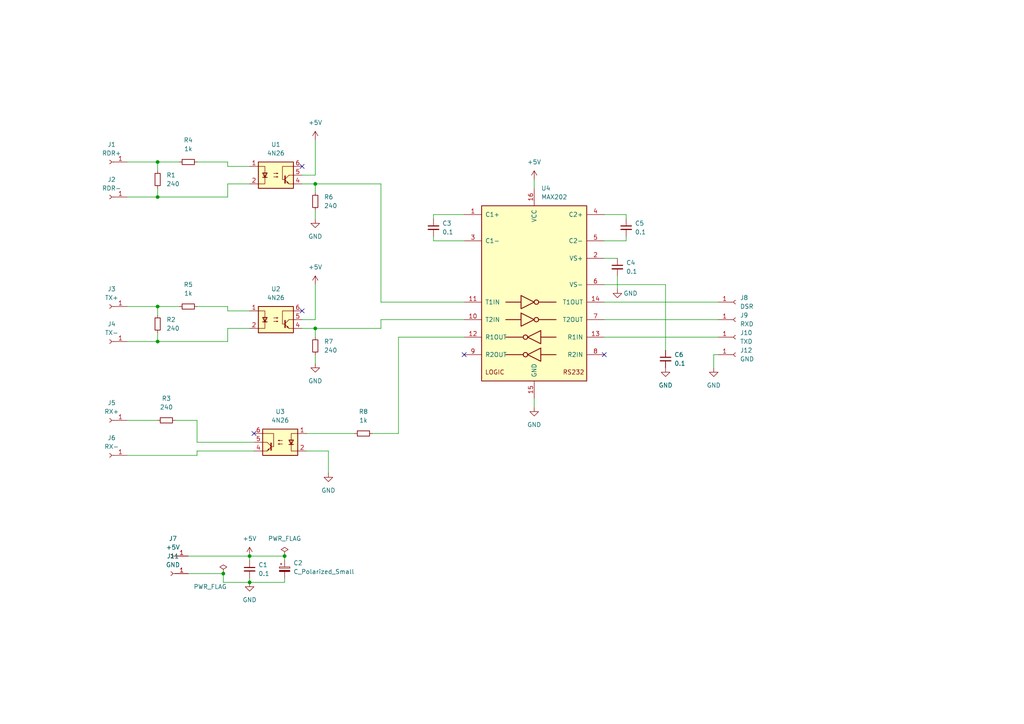
<source format=kicad_sch>
(kicad_sch (version 20211123) (generator eeschema)
  (paper "A4")
  (lib_symbols
    (symbol "Connector:Conn_01x01_Female" (pin_names (offset 1.016) hide)
      (property "Reference" "J" (at 0 2.54 0))
      (property "Value" "Conn_01x01_Female" (at 0 -2.54 0))
      (symbol "Conn_01x01_Female_1_1"
        (polyline (pts (xy -1.27 0) (xy -0.508 0)) (stroke (width 0.1524)))
        (arc (start 0 0.508) (mid -0.508 0) (end 0 -0.508) (stroke (width 0.1524)))
        (pin passive line (at -5.08 0 0) (length 3.81) (name "Pin_1") (number "1"))
      )
    )
    (symbol "Device:C_Polarized_Small" (pin_numbers hide) (pin_names (offset 0.254) hide)
      (property "Reference" "C" (at 0.254 1.778 0))
      (property "Value" "C_Polarized_Small" (at 0.254 -2.032 0))
      (symbol "C_Polarized_Small_0_1"
        (rectangle (start -1.524 -0.3048) (end 1.524 -0.6858) (fill (type outline)))
        (rectangle (start -1.524 0.6858) (end 1.524 0.3048))
        (polyline (pts (xy -1.27 1.524) (xy -0.762 1.524)))
        (polyline (pts (xy -1.016 1.27) (xy -1.016 1.778)))
      )
      (symbol "C_Polarized_Small_1_1"
        (pin passive line (at 0 2.54 270) (length 1.8542) (name "~") (number "1"))
        (pin passive line (at 0 -2.54 90) (length 1.8542) (name "~") (number "2"))
      )
    )
    (symbol "Device:C_Small" (pin_numbers hide) (pin_names (offset 0.254) hide)
      (property "Reference" "C" (at 0.254 1.778 0))
      (property "Value" "C_Small" (at 0.254 -2.032 0))
      (symbol "C_Small_0_1"
        (polyline (pts (xy -1.524 -0.508) (xy 1.524 -0.508)) (stroke (width 0.3302)))
        (polyline (pts (xy -1.524 0.508) (xy 1.524 0.508)) (stroke (width 0.3048)))
      )
      (symbol "C_Small_1_1"
        (pin passive line (at 0 2.54 270) (length 2.032) (name "~") (number "1"))
        (pin passive line (at 0 -2.54 90) (length 2.032) (name "~") (number "2"))
      )
    )
    (symbol "Device:R_Small" (pin_numbers hide) (pin_names (offset 0.254) hide)
      (property "Reference" "R" (at 0.762 0.508 0))
      (property "Value" "R_Small" (at 0.762 -1.016 0))
      (symbol "R_Small_0_1"
        (rectangle (start -0.762 1.778) (end 0.762 -1.778) (stroke (width 0.2032)))
      )
      (symbol "R_Small_1_1"
        (pin passive line (at 0 2.54 270) (length 0.762) (name "~") (number "1"))
        (pin passive line (at 0 -2.54 90) (length 0.762) (name "~") (number "2"))
      )
    )
    (symbol "Interface_UART:MAX202" (pin_names (offset 1.016))
      (property "Reference" "U" (at -2.54 28.575 0))
      (property "Value" "MAX202" (at -2.54 26.67 0))
      (symbol "MAX202_0_0"
        (text "LOGIC" (at -11.43 -22.86 0) (effects (font (size 1.27 1.27))))
        (text "RS232" (at 11.43 -22.86 0) (effects (font (size 1.27 1.27))))
      )
      (symbol "MAX202_0_1"
        (rectangle (start -15.24 -25.4) (end 15.24 25.4) (stroke (width 0.254)) (fill (type background)))
        (circle (center -2.54 -17.78) (radius 0.635) (stroke (width 0.254)))
        (circle (center -2.54 -12.7) (radius 0.635) (stroke (width 0.254)))
        (polyline (pts (xy -3.81 -7.62) (xy -8.255 -7.62)) (stroke (width 0.254)))
        (polyline (pts (xy -3.81 -2.54) (xy -8.255 -2.54)) (stroke (width 0.254)))
        (polyline (pts (xy -3.175 -17.78) (xy -8.255 -17.78)) (stroke (width 0.254)))
        (polyline (pts (xy -3.175 -12.7) (xy -8.255 -12.7)) (stroke (width 0.254)))
        (polyline (pts (xy 1.27 -7.62) (xy 6.35 -7.62)) (stroke (width 0.254)))
        (polyline (pts (xy 1.27 -2.54) (xy 6.35 -2.54)) (stroke (width 0.254)))
        (polyline (pts (xy 1.905 -17.78) (xy 6.35 -17.78)) (stroke (width 0.254)))
        (polyline (pts (xy 1.905 -12.7) (xy 6.35 -12.7)) (stroke (width 0.254)))
        (polyline (pts (xy -3.81 -5.715) (xy -3.81 -9.525) (xy 0 -7.62) (xy -3.81 -5.715)) (stroke (width 0.254)))
        (polyline (pts (xy -3.81 -0.635) (xy -3.81 -4.445) (xy 0 -2.54) (xy -3.81 -0.635)) (stroke (width 0.254)))
        (polyline (pts (xy 1.905 -15.875) (xy 1.905 -19.685) (xy -1.905 -17.78) (xy 1.905 -15.875)) (stroke (width 0.254)))
        (polyline (pts (xy 1.905 -10.795) (xy 1.905 -14.605) (xy -1.905 -12.7) (xy 1.905 -10.795)) (stroke (width 0.254)))
        (circle (center 0.635 -7.62) (radius 0.635) (stroke (width 0.254)))
        (circle (center 0.635 -2.54) (radius 0.635) (stroke (width 0.254)))
      )
      (symbol "MAX202_1_1"
        (pin passive line (at -20.32 22.86 0) (length 5.08) (name "C1+") (number "1"))
        (pin input line (at -20.32 -7.62 0) (length 5.08) (name "T2IN") (number "10"))
        (pin input line (at -20.32 -2.54 0) (length 5.08) (name "T1IN") (number "11"))
        (pin output line (at -20.32 -12.7 0) (length 5.08) (name "R1OUT") (number "12"))
        (pin input line (at 20.32 -12.7 180) (length 5.08) (name "R1IN") (number "13"))
        (pin output line (at 20.32 -2.54 180) (length 5.08) (name "T1OUT") (number "14"))
        (pin power_in line (at 0 -30.48 90) (length 5.08) (name "GND") (number "15"))
        (pin power_in line (at 0 30.48 270) (length 5.08) (name "VCC") (number "16"))
        (pin power_out line (at 20.32 10.16 180) (length 5.08) (name "VS+") (number "2"))
        (pin passive line (at -20.32 15.24 0) (length 5.08) (name "C1-") (number "3"))
        (pin passive line (at 20.32 22.86 180) (length 5.08) (name "C2+") (number "4"))
        (pin passive line (at 20.32 15.24 180) (length 5.08) (name "C2-") (number "5"))
        (pin power_out line (at 20.32 2.54 180) (length 5.08) (name "VS-") (number "6"))
        (pin output line (at 20.32 -7.62 180) (length 5.08) (name "T2OUT") (number "7"))
        (pin input line (at 20.32 -17.78 180) (length 5.08) (name "R2IN") (number "8"))
        (pin output line (at -20.32 -17.78 0) (length 5.08) (name "R2OUT") (number "9"))
      )
    )
    (symbol "Isolator:4N26" (pin_names (offset 1.016))
      (property "Reference" "U" (at -5.08 5.08 0))
      (property "Value" "4N26" (at 0 5.08 0))
      (symbol "4N26_0_1"
        (rectangle (start -5.08 3.81) (end 5.08 -3.81) (stroke (width 0.254)) (fill (type background)))
        (polyline (pts (xy -3.81 -0.635) (xy -2.54 -0.635)) (stroke (width 0.254)))
        (polyline (pts (xy 2.667 -1.397) (xy 3.81 -2.54)))
        (polyline (pts (xy 2.667 -1.143) (xy 3.81 0)))
        (polyline (pts (xy 3.81 -2.54) (xy 5.08 -2.54)))
        (polyline (pts (xy 3.81 0) (xy 5.08 0)))
        (polyline (pts (xy 2.667 -0.254) (xy 2.667 -2.286) (xy 2.667 -2.286)) (stroke (width 0.3556)))
        (polyline (pts (xy -5.08 -2.54) (xy -3.175 -2.54) (xy -3.175 2.54) (xy -5.08 2.54)))
        (polyline (pts (xy -3.175 -0.635) (xy -3.81 0.635) (xy -2.54 0.635) (xy -3.175 -0.635)) (stroke (width 0.254)))
        (polyline (pts (xy 3.683 -2.413) (xy 3.429 -1.905) (xy 3.175 -2.159) (xy 3.683 -2.413)))
        (polyline (pts (xy 5.08 2.54) (xy 1.905 2.54) (xy 1.905 -1.27) (xy 2.54 -1.27)))
        (polyline (pts (xy -0.635 -0.508) (xy 0.635 -0.508) (xy 0.254 -0.635) (xy 0.254 -0.381) (xy 0.635 -0.508)))
        (polyline (pts (xy -0.635 0.508) (xy 0.635 0.508) (xy 0.254 0.381) (xy 0.254 0.635) (xy 0.635 0.508)))
      )
      (symbol "4N26_1_1"
        (pin passive line (at -7.62 2.54 0) (length 2.54) (name "~") (number "1"))
        (pin passive line (at -7.62 -2.54 0) (length 2.54) (name "~") (number "2"))
        (pin no_connect line (at -5.08 0 0) (length 2.54) hide (name "NC") (number "3"))
        (pin passive line (at 7.62 -2.54 180) (length 2.54) (name "~") (number "4"))
        (pin passive line (at 7.62 0 180) (length 2.54) (name "~") (number "5"))
        (pin passive line (at 7.62 2.54 180) (length 2.54) (name "~") (number "6"))
      )
    )
    (symbol "power:+5V" (power) (pin_names (offset 0))
      (property "Value" "+5V" (at 0 3.556 0))
      (symbol "+5V_0_1"
        (polyline (pts (xy -0.762 1.27) (xy 0 2.54)))
        (polyline (pts (xy 0 0) (xy 0 2.54)))
        (polyline (pts (xy 0 2.54) (xy 0.762 1.27)))
      )
      (symbol "+5V_1_1"
        (pin power_in line (at 0 0 90) (length 0) hide (name "+5V") (number "1"))
      )
    )
    (symbol "power:GND" (power) (pin_names (offset 0))
      (property "Value" "GND" (at 0 -3.81 0))
      (symbol "GND_0_1"
        (polyline (pts (xy 0 0) (xy 0 -1.27) (xy 1.27 -1.27) (xy 0 -2.54) (xy -1.27 -1.27) (xy 0 -1.27)))
      )
      (symbol "GND_1_1"
        (pin power_in line (at 0 0 270) (length 0) hide (name "GND") (number "1"))
      )
    )
    (symbol "power:PWR_FLAG" (power) (pin_numbers hide) (pin_names (offset 0) hide)
      (property "Value" "PWR_FLAG" (at 0 3.81 0))
      (symbol "PWR_FLAG_0_0"
        (pin power_out line (at 0 0 90) (length 0) (name "pwr") (number "1"))
      )
      (symbol "PWR_FLAG_0_1"
        (polyline (pts (xy 0 0) (xy 0 1.27) (xy -1.016 1.905) (xy 0 2.54) (xy 1.016 1.905) (xy 0 1.27)))
      )
    )
  )
  (junction (at 82.55 161.29))
  (junction (at 91.44 53.34))
  (junction (at 45.72 57.15))
  (junction (at 72.39 161.29))
  (junction (at 45.72 99.06))
  (junction (at 45.72 88.9))
  (junction (at 72.39 168.91))
  (junction (at 91.44 95.25))
  (junction (at 45.72 46.99))
  (junction (at 64.77 166.37))
  (no_connect (at 87.63 48.26))
  (no_connect (at 87.63 90.17))
  (no_connect (at 134.62 102.87))
  (no_connect (at 73.66 125.73))
  (no_connect (at 175.26 102.87))
  (wire (pts (xy 107.95 125.73) (xy 115.57 125.73)))
  (wire (pts (xy 125.73 69.85) (xy 134.62 69.85)))
  (wire (pts (xy 36.83 57.15) (xy 45.72 57.15)))
  (wire (pts (xy 64.77 166.37) (xy 64.77 168.91)))
  (wire (pts (xy 181.61 62.23) (xy 181.61 63.5)))
  (wire (pts (xy 82.55 161.29) (xy 72.39 161.29)))
  (wire (pts (xy 82.55 168.91) (xy 82.55 167.64)))
  (wire (pts (xy 72.39 168.91) (xy 82.55 168.91)))
  (wire (pts (xy 66.04 90.17) (xy 66.04 88.9)))
  (wire (pts (xy 88.9 125.73) (xy 102.87 125.73)))
  (wire (pts (xy 193.04 82.55) (xy 193.04 101.6)))
  (wire (pts (xy 154.94 52.07) (xy 154.94 54.61)))
  (wire (pts (xy 82.55 162.56) (xy 82.55 161.29)))
  (wire (pts (xy 66.04 48.26) (xy 66.04 46.99)))
  (wire (pts (xy 91.44 95.25) (xy 110.49 95.25)))
  (wire (pts (xy 66.04 57.15) (xy 66.04 53.34)))
  (wire (pts (xy 36.83 99.06) (xy 45.72 99.06)))
  (wire (pts (xy 91.44 53.34) (xy 110.49 53.34)))
  (wire (pts (xy 134.62 62.23) (xy 125.73 62.23)))
  (wire (pts (xy 181.61 68.58) (xy 181.61 69.85)))
  (wire (pts (xy 36.83 121.92) (xy 45.72 121.92)))
  (wire (pts (xy 72.39 90.17) (xy 66.04 90.17)))
  (wire (pts (xy 110.49 87.63) (xy 134.62 87.63)))
  (wire (pts (xy 66.04 99.06) (xy 66.04 95.25)))
  (wire (pts (xy 91.44 95.25) (xy 91.44 97.79)))
  (wire (pts (xy 110.49 92.71) (xy 134.62 92.71)))
  (wire (pts (xy 91.44 102.87) (xy 91.44 105.41)))
  (wire (pts (xy 45.72 46.99) (xy 45.72 49.53)))
  (wire (pts (xy 57.15 128.27) (xy 73.66 128.27)))
  (wire (pts (xy 87.63 53.34) (xy 91.44 53.34)))
  (wire (pts (xy 50.8 121.92) (xy 57.15 121.92)))
  (wire (pts (xy 175.26 82.55) (xy 193.04 82.55)))
  (wire (pts (xy 91.44 53.34) (xy 91.44 55.88)))
  (wire (pts (xy 175.26 74.93) (xy 179.07 74.93)))
  (wire (pts (xy 95.25 137.16) (xy 95.25 130.81)))
  (wire (pts (xy 87.63 95.25) (xy 91.44 95.25)))
  (wire (pts (xy 175.26 97.79) (xy 208.28 97.79)))
  (wire (pts (xy 57.15 130.81) (xy 57.15 132.08)))
  (wire (pts (xy 91.44 60.96) (xy 91.44 63.5)))
  (wire (pts (xy 179.07 80.01) (xy 179.07 83.82)))
  (wire (pts (xy 36.83 46.99) (xy 45.72 46.99)))
  (wire (pts (xy 45.72 46.99) (xy 52.07 46.99)))
  (wire (pts (xy 45.72 54.61) (xy 45.72 57.15)))
  (wire (pts (xy 181.61 69.85) (xy 175.26 69.85)))
  (wire (pts (xy 64.77 168.91) (xy 72.39 168.91)))
  (wire (pts (xy 36.83 88.9) (xy 45.72 88.9)))
  (wire (pts (xy 175.26 87.63) (xy 208.28 87.63)))
  (wire (pts (xy 66.04 46.99) (xy 57.15 46.99)))
  (wire (pts (xy 73.66 130.81) (xy 57.15 130.81)))
  (wire (pts (xy 72.39 168.91) (xy 72.39 167.64)))
  (wire (pts (xy 91.44 82.55) (xy 91.44 92.71)))
  (wire (pts (xy 110.49 95.25) (xy 110.49 92.71)))
  (wire (pts (xy 45.72 99.06) (xy 66.04 99.06)))
  (wire (pts (xy 57.15 121.92) (xy 57.15 128.27)))
  (wire (pts (xy 91.44 40.64) (xy 91.44 50.8)))
  (wire (pts (xy 154.94 115.57) (xy 154.94 118.11)))
  (wire (pts (xy 87.63 92.71) (xy 91.44 92.71)))
  (wire (pts (xy 95.25 130.81) (xy 88.9 130.81)))
  (wire (pts (xy 45.72 57.15) (xy 66.04 57.15)))
  (wire (pts (xy 175.26 92.71) (xy 208.28 92.71)))
  (wire (pts (xy 175.26 62.23) (xy 181.61 62.23)))
  (wire (pts (xy 72.39 48.26) (xy 66.04 48.26)))
  (wire (pts (xy 45.72 96.52) (xy 45.72 99.06)))
  (wire (pts (xy 125.73 68.58) (xy 125.73 69.85)))
  (wire (pts (xy 66.04 53.34) (xy 72.39 53.34)))
  (wire (pts (xy 72.39 161.29) (xy 72.39 162.56)))
  (wire (pts (xy 54.61 161.29) (xy 72.39 161.29)))
  (wire (pts (xy 57.15 132.08) (xy 36.83 132.08)))
  (wire (pts (xy 66.04 88.9) (xy 57.15 88.9)))
  (wire (pts (xy 66.04 95.25) (xy 72.39 95.25)))
  (wire (pts (xy 207.01 106.68) (xy 207.01 102.87)))
  (wire (pts (xy 207.01 102.87) (xy 208.28 102.87)))
  (wire (pts (xy 115.57 97.79) (xy 134.62 97.79)))
  (wire (pts (xy 125.73 62.23) (xy 125.73 63.5)))
  (wire (pts (xy 45.72 88.9) (xy 52.07 88.9)))
  (wire (pts (xy 45.72 88.9) (xy 45.72 91.44)))
  (wire (pts (xy 115.57 125.73) (xy 115.57 97.79)))
  (wire (pts (xy 87.63 50.8) (xy 91.44 50.8)))
  (wire (pts (xy 110.49 53.34) (xy 110.49 87.63)))
  (wire (pts (xy 54.61 166.37) (xy 64.77 166.37)))
  (symbol (lib_id "Connector:Conn_01x01_Female") (at 31.75 57.15 180) (unit 1)
    (property "Reference" "J2" (at 32.385 52.07 0))
    (property "Value" "RDR-" (at 32.385 54.61 0))
    (property "Footprint" "Connector_PinHeader_2.54mm:PinHeader_1x01_P2.54mm_Vertical" (effects hide))
  )
  (symbol (lib_id "Connector:Conn_01x01_Female") (at 31.75 99.06 180) (unit 1)
    (property "Reference" "J4" (at 32.385 93.98 0))
    (property "Value" "TX-" (at 32.385 96.52 0))
    (property "Footprint" "Connector_PinHeader_2.54mm:PinHeader_1x01_P2.54mm_Vertical" (effects hide))
  )
  (symbol (lib_id "Isolator:4N26") (at 81.28 128.27 0) (mirror y) (unit 1)
    (property "Reference" "U3" (at 81.28 119.38 0))
    (property "Value" "4N26" (at 81.28 121.92 0))
    (property "Footprint" "Package_DIP:DIP-6_W7.62mm" (effects hide))
    (property "Datasheet" "https://www.vishay.com/docs/83725/4n25.pdf" (effects hide))
  )
  (symbol (lib_id "Device:R_Small") (at 54.61 88.9 90) (unit 1)
    (property "Reference" "R5" (at 54.61 82.55 90))
    (property "Value" "1k" (at 54.61 85.09 90))
    (property "Footprint" "Resistor_THT:R_Axial_DIN0207_L6.3mm_D2.5mm_P10.16mm_Horizontal" (effects hide))
  )
  (symbol (lib_id "Device:C_Small") (at 193.04 104.14 0) (unit 1)
    (property "Reference" "C6" (at 195.58 102.8762 0) (effects (justify left)))
    (property "Value" "0.1" (at 195.58 105.4162 0) (effects (justify left)))
    (property "Footprint" "Capacitor_THT:C_Rect_L7.0mm_W2.0mm_P5.00mm" (effects hide))
  )
  (symbol (lib_id "Connector:Conn_01x01_Female") (at 49.53 166.37 180) (unit 1)
    (property "Reference" "J11" (at 50.165 161.29 0))
    (property "Value" "GND" (at 50.165 163.83 0))
    (property "Footprint" "Connector_PinHeader_2.54mm:PinHeader_1x01_P2.54mm_Vertical" (effects hide))
  )
  (symbol (lib_id "Connector:Conn_01x01_Female") (at 31.75 121.92 180) (unit 1)
    (property "Reference" "J5" (at 32.385 116.84 0))
    (property "Value" "RX+" (at 32.385 119.38 0))
    (property "Footprint" "Connector_PinHeader_2.54mm:PinHeader_1x01_P2.54mm_Vertical" (effects hide))
  )
  (symbol (lib_id "power:PWR_FLAG") (at 64.77 166.37 0) (unit 1)
    (property "Reference" "#FLG0102" (effects hide))
    (property "Value" "PWR_FLAG" (at 60.96 170.18 0))
  )
  (symbol (lib_id "Device:C_Small") (at 72.39 165.1 0) (unit 1)
    (property "Reference" "C1" (at 74.93 163.8362 0) (effects (justify left)))
    (property "Value" "0.1" (at 74.93 166.3762 0) (effects (justify left)))
    (property "Footprint" "Capacitor_THT:C_Rect_L7.0mm_W2.0mm_P5.00mm" (effects hide))
  )
  (symbol (lib_id "Device:R_Small") (at 48.26 121.92 90) (unit 1)
    (property "Reference" "R3" (at 48.26 115.57 90))
    (property "Value" "240" (at 48.26 118.11 90))
    (property "Footprint" "Resistor_THT:R_Axial_DIN0207_L6.3mm_D2.5mm_P10.16mm_Horizontal" (effects hide))
  )
  (symbol (lib_id "power:GND") (at 72.39 168.91 0) (unit 1)
    (property "Reference" "#PWR02" (effects hide))
    (property "Value" "GND" (at 72.39 173.99 0))
  )
  (symbol (lib_id "power:GND") (at 95.25 137.16 0) (unit 1)
    (property "Reference" "#PWR07" (effects hide))
    (property "Value" "GND" (at 95.25 142.24 0))
  )
  (symbol (lib_id "power:GND") (at 91.44 63.5 0) (unit 1)
    (property "Reference" "#PWR04" (effects hide))
    (property "Value" "GND" (at 91.44 68.58 0))
  )
  (symbol (lib_id "power:GND") (at 154.94 118.11 0) (unit 1)
    (property "Reference" "#PWR09" (effects hide))
    (property "Value" "GND" (at 154.94 123.19 0))
  )
  (symbol (lib_id "Device:R_Small") (at 45.72 93.98 180) (unit 1)
    (property "Reference" "R2" (at 48.26 92.7099 0) (effects (justify right)))
    (property "Value" "240" (at 48.26 95.2499 0) (effects (justify right)))
    (property "Footprint" "Resistor_THT:R_Axial_DIN0207_L6.3mm_D2.5mm_P10.16mm_Horizontal" (effects hide))
  )
  (symbol (lib_id "Connector:Conn_01x01_Female") (at 31.75 88.9 180) (unit 1)
    (property "Reference" "J3" (at 32.385 83.82 0))
    (property "Value" "TX+" (at 32.385 86.36 0))
    (property "Footprint" "Connector_PinHeader_2.54mm:PinHeader_1x01_P2.54mm_Vertical" (effects hide))
  )
  (symbol (lib_id "Device:C_Small") (at 181.61 66.04 0) (unit 1)
    (property "Reference" "C5" (at 184.15 64.7762 0) (effects (justify left)))
    (property "Value" "0.1" (at 184.15 67.3162 0) (effects (justify left)))
    (property "Footprint" "Capacitor_THT:C_Rect_L7.0mm_W2.0mm_P5.00mm" (effects hide))
  )
  (symbol (lib_id "Device:C_Small") (at 125.73 66.04 0) (unit 1)
    (property "Reference" "C3" (at 128.27 64.7762 0) (effects (justify left)))
    (property "Value" "0.1" (at 128.27 67.3162 0) (effects (justify left)))
    (property "Footprint" "Capacitor_THT:C_Rect_L7.0mm_W2.0mm_P5.00mm" (effects hide))
  )
  (symbol (lib_id "Device:C_Polarized_Small") (at 82.55 165.1 0) (unit 1)
    (property "Reference" "C2" (at 85.09 163.2838 0) (effects (justify left)))
    (property "Value" "C_Polarized_Small" (at 85.09 165.8238 0) (effects (justify left)))
    (property "Footprint" "Capacitor_THT:CP_Radial_D5.0mm_P2.50mm" (effects hide))
  )
  (symbol (lib_id "power:+5V") (at 91.44 40.64 0) (unit 1)
    (property "Reference" "#PWR03" (effects hide))
    (property "Value" "+5V" (at 91.44 35.56 0))
  )
  (symbol (lib_id "Isolator:4N26") (at 80.01 92.71 0) (unit 1)
    (property "Reference" "U2" (at 80.01 83.82 0))
    (property "Value" "4N26" (at 80.01 86.36 0))
    (property "Footprint" "Package_DIP:DIP-6_W7.62mm" (effects hide))
    (property "Datasheet" "https://www.vishay.com/docs/83725/4n25.pdf" (effects hide))
  )
  (symbol (lib_id "Device:C_Small") (at 179.07 77.47 0) (unit 1)
    (property "Reference" "C4" (at 181.61 76.2062 0) (effects (justify left)))
    (property "Value" "0.1" (at 181.61 78.7462 0) (effects (justify left)))
    (property "Footprint" "Capacitor_THT:C_Rect_L7.0mm_W2.0mm_P5.00mm" (effects hide))
  )
  (symbol (lib_id "Device:R_Small") (at 91.44 100.33 180) (unit 1)
    (property "Reference" "R7" (at 93.98 99.0599 0) (effects (justify right)))
    (property "Value" "240" (at 93.98 101.5999 0) (effects (justify right)))
    (property "Footprint" "Resistor_THT:R_Axial_DIN0207_L6.3mm_D2.5mm_P10.16mm_Horizontal" (effects hide))
  )
  (symbol (lib_id "Connector:Conn_01x01_Female") (at 31.75 132.08 180) (unit 1)
    (property "Reference" "J6" (at 32.385 127 0))
    (property "Value" "RX-" (at 32.385 129.54 0))
    (property "Footprint" "Connector_PinHeader_2.54mm:PinHeader_1x01_P2.54mm_Vertical" (effects hide))
  )
  (symbol (lib_id "power:GND") (at 179.07 83.82 0) (unit 1)
    (property "Reference" "#PWR010" (effects hide))
    (property "Value" "GND" (at 182.88 85.09 0))
  )
  (symbol (lib_id "Connector:Conn_01x01_Female") (at 49.53 161.29 180) (unit 1)
    (property "Reference" "J7" (at 50.165 156.21 0))
    (property "Value" "+5V" (at 50.165 158.75 0))
    (property "Footprint" "Connector_PinHeader_2.54mm:PinHeader_1x01_P2.54mm_Vertical" (effects hide))
  )
  (symbol (lib_id "power:+5V") (at 154.94 52.07 0) (unit 1)
    (property "Reference" "#PWR08" (effects hide))
    (property "Value" "+5V" (at 154.94 46.99 0))
  )
  (symbol (lib_id "Interface_UART:MAX202") (at 154.94 85.09 0) (unit 1)
    (property "Reference" "U4" (at 156.9594 54.61 0) (effects (justify left)))
    (property "Value" "MAX202" (at 156.9594 57.15 0) (effects (justify left)))
    (property "Footprint" "Package_DIP:DIP-16_W7.62mm" (effects hide))
    (property "Datasheet" "http://www.ti.com/lit/ds/symlink/max202.pdf" (effects hide))
  )
  (symbol (lib_id "Connector:Conn_01x01_Female") (at 213.36 87.63 0) (unit 1)
    (property "Reference" "J8" (at 214.63 86.3599 0) (effects (justify left)))
    (property "Value" "DSR" (at 214.63 88.8999 0) (effects (justify left)))
    (property "Footprint" "Connector_PinHeader_2.54mm:PinHeader_1x01_P2.54mm_Vertical" (effects hide))
  )
  (symbol (lib_id "Device:R_Small") (at 45.72 52.07 180) (unit 1)
    (property "Reference" "R1" (at 48.26 50.7999 0) (effects (justify right)))
    (property "Value" "240" (at 48.26 53.3399 0) (effects (justify right)))
    (property "Footprint" "Resistor_THT:R_Axial_DIN0207_L6.3mm_D2.5mm_P10.16mm_Horizontal" (effects hide))
  )
  (symbol (lib_id "Connector:Conn_01x01_Female") (at 213.36 102.87 0) (unit 1)
    (property "Reference" "J12" (at 214.63 101.5999 0) (effects (justify left)))
    (property "Value" "GND" (at 214.63 104.1399 0) (effects (justify left)))
    (property "Footprint" "Connector_PinHeader_2.54mm:PinHeader_1x01_P2.54mm_Vertical" (effects hide))
  )
  (symbol (lib_id "Connector:Conn_01x01_Female") (at 213.36 92.71 0) (unit 1)
    (property "Reference" "J9" (at 214.63 91.4399 0) (effects (justify left)))
    (property "Value" "RXD" (at 214.63 93.9799 0) (effects (justify left)))
    (property "Footprint" "Connector_PinHeader_2.54mm:PinHeader_1x01_P2.54mm_Vertical" (effects hide))
  )
  (symbol (lib_id "Connector:Conn_01x01_Female") (at 31.75 46.99 180) (unit 1)
    (property "Reference" "J1" (at 32.385 41.91 0))
    (property "Value" "RDR+" (at 32.385 44.45 0))
    (property "Footprint" "Connector_PinHeader_2.54mm:PinHeader_1x01_P2.54mm_Vertical" (effects hide))
  )
  (symbol (lib_id "Connector:Conn_01x01_Female") (at 213.36 97.79 0) (unit 1)
    (property "Reference" "J10" (at 214.63 96.5199 0) (effects (justify left)))
    (property "Value" "TXD" (at 214.63 99.0599 0) (effects (justify left)))
    (property "Footprint" "Connector_PinSocket_2.54mm:PinSocket_1x01_P2.54mm_Vertical" (effects hide))
  )
  (symbol (lib_id "power:GND") (at 207.01 106.68 0) (unit 1)
    (property "Reference" "#PWR012" (effects hide))
    (property "Value" "GND" (at 207.01 111.76 0))
  )
  (symbol (lib_id "power:+5V") (at 91.44 82.55 0) (unit 1)
    (property "Reference" "#PWR05" (effects hide))
    (property "Value" "+5V" (at 91.44 77.47 0))
  )
  (symbol (lib_id "power:+5V") (at 72.39 161.29 0) (unit 1)
    (property "Reference" "#PWR01" (effects hide))
    (property "Value" "+5V" (at 72.39 156.21 0))
  )
  (symbol (lib_id "power:GND") (at 91.44 105.41 0) (unit 1)
    (property "Reference" "#PWR06" (effects hide))
    (property "Value" "GND" (at 91.44 110.49 0))
  )
  (symbol (lib_id "Isolator:4N26") (at 80.01 50.8 0) (unit 1)
    (property "Reference" "U1" (at 80.01 41.91 0))
    (property "Value" "4N26" (at 80.01 44.45 0))
    (property "Footprint" "Package_DIP:DIP-6_W7.62mm" (effects hide))
    (property "Datasheet" "https://www.vishay.com/docs/83725/4n25.pdf" (effects hide))
  )
  (symbol (lib_id "Device:R_Small") (at 91.44 58.42 180) (unit 1)
    (property "Reference" "R6" (at 93.98 57.1499 0) (effects (justify right)))
    (property "Value" "240" (at 93.98 59.6899 0) (effects (justify right)))
    (property "Footprint" "Resistor_THT:R_Axial_DIN0207_L6.3mm_D2.5mm_P10.16mm_Horizontal" (effects hide))
  )
  (symbol (lib_id "power:GND") (at 193.04 106.68 0) (unit 1)
    (property "Reference" "#PWR011" (effects hide))
    (property "Value" "GND" (at 193.04 111.76 0))
  )
  (symbol (lib_id "power:PWR_FLAG") (at 82.55 161.29 0) (unit 1)
    (property "Reference" "#FLG0101" (effects hide))
    (property "Value" "PWR_FLAG" (at 82.55 156.21 0))
  )
  (symbol (lib_id "Device:R_Small") (at 105.41 125.73 90) (unit 1)
    (property "Reference" "R8" (at 105.41 119.38 90))
    (property "Value" "1k" (at 105.41 121.92 90))
    (property "Footprint" "Resistor_THT:R_Axial_DIN0207_L6.3mm_D2.5mm_P10.16mm_Horizontal" (effects hide))
  )
  (symbol (lib_id "Device:R_Small") (at 54.61 46.99 90) (unit 1)
    (property "Reference" "R4" (at 54.61 40.64 90))
    (property "Value" "1k" (at 54.61 43.18 90))
    (property "Footprint" "Resistor_THT:R_Axial_DIN0207_L6.3mm_D2.5mm_P10.16mm_Horizontal" (effects hide))
  )
)
</source>
